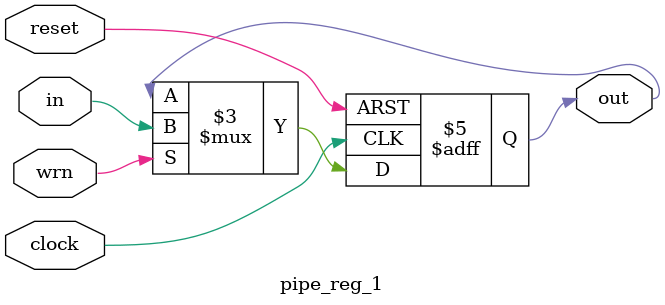
<source format=v>
module pipe_reg_1(
	input in,
    input clock,
	input reset,
	input wrn,
	output reg out
	);
 
	always @(posedge clock,negedge reset) 
	begin
		if(!reset)
			out <= 0;
		else 
			if(wrn)
				out <= in;
	end
endmodule 
</source>
